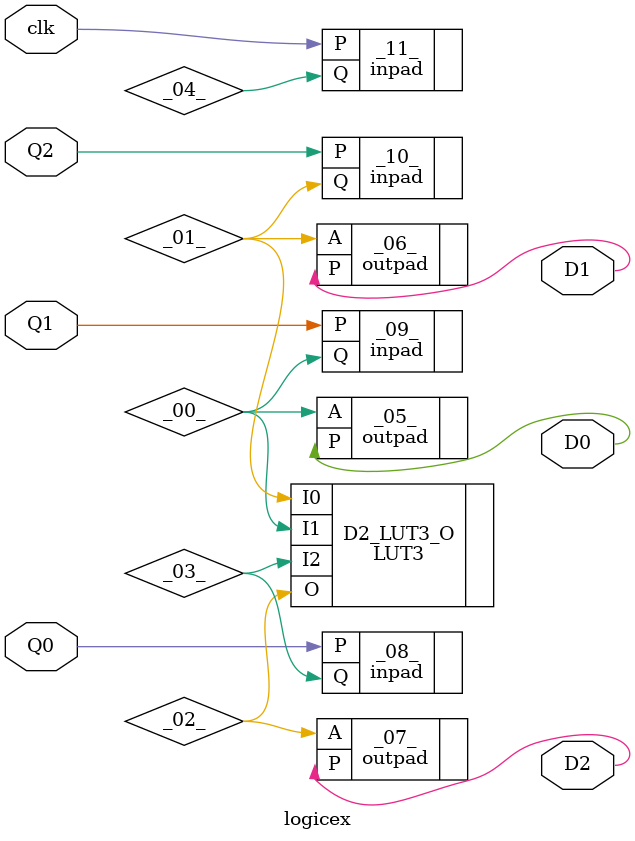
<source format=v>
/* Generated by Yosys 0.9+2406 (git sha1 ca763e6d5, gcc 10.2.1-6 -fPIC -Os) */

(* top =  1  *)
(* src = "/sdcard/arduino/fwc/fpga/blink/helloworldfpga.v:1.1-16.10" *)
module logicex(clk, Q0, Q1, Q2, D0, D1, D2);
  wire _00_;
  wire _01_;
  wire _02_;
  wire _03_;
  (* unused_bits = "0" *)
  wire _04_;
  (* src = "/sdcard/arduino/fwc/fpga/blink/helloworldfpga.v:6.16-6.18" *)
  output D0;
  (* src = "/sdcard/arduino/fwc/fpga/blink/helloworldfpga.v:7.16-7.18" *)
  output D1;
  (* src = "/sdcard/arduino/fwc/fpga/blink/helloworldfpga.v:8.16-8.18" *)
  output D2;
  (* src = "/sdcard/arduino/fwc/fpga/blink/helloworldfpga.v:3.11-3.13" *)
  input Q0;
  (* src = "/sdcard/arduino/fwc/fpga/blink/helloworldfpga.v:4.11-4.13" *)
  input Q1;
  (* src = "/sdcard/arduino/fwc/fpga/blink/helloworldfpga.v:5.11-5.13" *)
  input Q2;
  (* src = "/sdcard/arduino/fwc/fpga/blink/helloworldfpga.v:2.11-2.14" *)
  input clk;
  (* keep = 32'd1 *)
  outpad #(
    .IO_LOC("X14Y3"),
    .IO_PAD("64"),
    .IO_TYPE("BIDIR")
  ) _05_ (
    .A(_00_),
    .P(D0)
  );
  (* keep = 32'd1 *)
  outpad #(
    .IO_LOC("X16Y3"),
    .IO_PAD("62"),
    .IO_TYPE("BIDIR")
  ) _06_ (
    .A(_01_),
    .P(D1)
  );
  (* keep = 32'd1 *)
  outpad #(
    .IO_LOC("X18Y3"),
    .IO_PAD("63"),
    .IO_TYPE("BIDIR")
  ) _07_ (
    .A(_02_),
    .P(D2)
  );
  (* keep = 32'd1 *)
  inpad #(
    .IO_LOC("X20Y3"),
    .IO_PAD("61"),
    .IO_TYPE("BIDIR")
  ) _08_ (
    .P(Q0),
    .Q(_03_)
  );
  (* keep = 32'd1 *)
  inpad #(
    .IO_LOC("X22Y3"),
    .IO_PAD("60"),
    .IO_TYPE("BIDIR")
  ) _09_ (
    .P(Q1),
    .Q(_00_)
  );
  (* keep = 32'd1 *)
  inpad #(
    .IO_LOC("X24Y3"),
    .IO_PAD("59"),
    .IO_TYPE("BIDIR")
  ) _10_ (
    .P(Q2),
    .Q(_01_)
  );
  (* keep = 32'd1 *)
  inpad #(
    .IO_LOC("X26Y3"),
    .IO_PAD("57"),
    .IO_TYPE("BIDIR")
  ) _11_ (
    .P(clk),
    .Q(_04_)
  );
  (* module_not_derived = 32'd1 *)
  (* src = "/data/data/com.termux/files/home/symbiflow/bin/../share/yosys/quicklogic/pp3_lut_map.v:36.63-36.121" *)
  LUT3 #(
    .EQN("(~I0*~I1*~I2)+(~I0*~I1*I2)+(~I0*I1*I2)"),
    .INIT(9'h0a2)
  ) D2_LUT3_O (
    .I0(_01_),
    .I1(_00_),
    .I2(_03_),
    .O(_02_)
  );
endmodule

</source>
